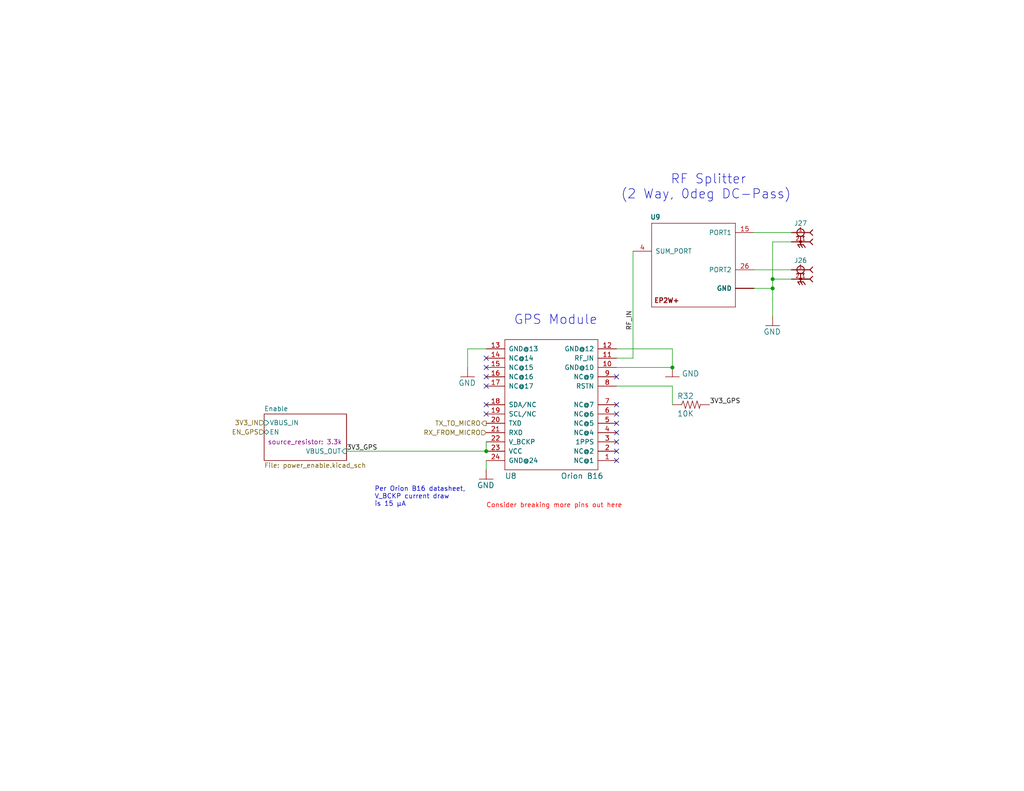
<source format=kicad_sch>
(kicad_sch (version 20231120) (generator "eeschema") (generator_version "8.0")
  (paper "A")
  (title_block (date "2023-11-01") (rev "1.0") (company "Stanford Student Space Initiative") (comment 1 "RE: Flynn Dreilinger") (comment 2 "Reviewer 1: Pete Mahowald") (comment 3 "Reviewer 2: Tim Vrakas") (comment 4 "Reviewer 3: Grant Regen"))
  (lib_symbols
    (symbol "adcs:SMA-J-P-H-ST-EM1" (pin_names (offset 1.016))
      (property "Reference" "J" (at -3.81 4.064 0))
      (property "Value" "SMA-J-P-H-ST-EM1" (at -4.064 -4.318 0))
      (symbol "SMA-J-P-H-ST-EM1_0_0"
        (polyline (pts (xy -3.302 -0.762) (xy -2.54 0)) (stroke (width 0.254)))
        (polyline (pts (xy -3.302 0.762) (xy -2.54 0)) (stroke (width 0.254)))
        (polyline (pts (xy -3.302 1.778) (xy -2.54 2.54)) (stroke (width 0.254)))
        (polyline (pts (xy -3.302 3.302) (xy -2.54 2.54)) (stroke (width 0.254)))
        (polyline (pts (xy -2.54 0) (xy 0 0)) (stroke (width 0.254)))
        (polyline (pts (xy -2.54 2.54) (xy 2.54 2.54)) (stroke (width 0.254)))
        (polyline (pts (xy -1.016 1.524) (xy 0 1.524)) (stroke (width 0.254)))
        (polyline (pts (xy -0.762 -0.762) (xy -1.27 -1.524)) (stroke (width 0.254)))
        (polyline (pts (xy 0 -0.762) (xy -0.762 -0.762)) (stroke (width 0.254)))
        (polyline (pts (xy 0 -0.762) (xy -0.508 -1.524)) (stroke (width 0.254)))
        (polyline (pts (xy 0 -0.762) (xy 0.762 -0.762)) (stroke (width 0.254)))
        (polyline (pts (xy 0 0) (xy -2.286 0)) (stroke (width 0.254)))
        (polyline (pts (xy 0 0) (xy 0 -0.762)) (stroke (width 0.254)))
        (polyline (pts (xy 0 1.524) (xy 0 0)) (stroke (width 0.254)))
        (polyline (pts (xy 0 1.524) (xy 1.016 1.524)) (stroke (width 0.254)))
        (polyline (pts (xy 0.762 -0.762) (xy 0.254 -1.524)) (stroke (width 0.254)))
        (polyline (pts (xy 2.54 0) (xy 0 0)) (stroke (width 0.254)))
        (circle (center 0 0) (radius 0.254) (stroke (width 0.254)))
        (circle (center 0 2.54) (radius 1.016) (stroke (width 0.254)))
        (pin passive line (at 2.54 2.54 180) (length 5.08) (name "~") (number "1"))
        (pin passive line (at 2.54 0 180) (length 5.08) (name "~") (number "2_1"))
      )
    )
    (symbol "mainboard:10KOHM-1_10W-1%(0603)0603" (pin_names (offset 1.016))
      (property "Reference" "R" (at -3.81 1.4986 0))
      (property "Value" "10KOHM-1_10W-1%(0603)0603" (at -3.81 -3.302 0))
      (symbol "10KOHM-1_10W-1%(0603)0603_1_0"
        (polyline (pts (xy -2.54 0) (xy -2.159 1.016)))
        (polyline (pts (xy -2.159 1.016) (xy -1.524 -1.016)))
        (polyline (pts (xy -1.524 -1.016) (xy -0.889 1.016)))
        (polyline (pts (xy -0.889 1.016) (xy -0.254 -1.016)))
        (polyline (pts (xy -0.254 -1.016) (xy 0.381 1.016)))
        (polyline (pts (xy 0.381 1.016) (xy 1.016 -1.016)))
        (polyline (pts (xy 1.016 -1.016) (xy 1.651 1.016)))
        (polyline (pts (xy 1.651 1.016) (xy 2.286 -1.016)))
        (polyline (pts (xy 2.286 -1.016) (xy 2.54 0)))
        (pin passive line (at -5.08 0 0) (length 2.54) (name "1") (number "1"))
        (pin passive line (at 5.08 0 180) (length 2.54) (name "2") (number "2"))
      )
    )
    (symbol "mainboard:EP2W+" (pin_names (offset 1.016))
      (property "Reference" "U" (at -7.62 10.16 0))
      (symbol "EP2W+_1_0"
        (polyline (pts (xy -12.7 -15.24) (xy -12.7 7.62)))
        (polyline (pts (xy -12.7 7.62) (xy 10.16 7.62)))
        (polyline (pts (xy 10.16 -15.24) (xy -12.7 -15.24)))
        (polyline (pts (xy 10.16 7.62) (xy 10.16 -15.24)))
        (text "EP2W+" (at -5.08 -12.7 0) (effects (font (size 1.27 1.27) (bold yes)) (justify right top)))
        (pin bidirectional line (at 15.24 -10.16 180) (length 5.08) (name "GND") (number "1"))
        (pin bidirectional line (at 15.24 -10.16 180) (length 5.08) (name "GND") (number "10"))
        (pin bidirectional line (at 15.24 -10.16 180) (length 5.08) (name "GND") (number "11"))
        (pin bidirectional line (at 15.24 -10.16 180) (length 5.08) (name "GND") (number "12"))
        (pin bidirectional line (at 15.24 -10.16 180) (length 5.08) (name "GND") (number "13"))
        (pin bidirectional line (at 15.24 -10.16 180) (length 5.08) (name "GND") (number "14"))
        (pin bidirectional line (at 15.24 5.08 180) (length 5.08) (name "PORT1") (number "15"))
        (pin bidirectional line (at 15.24 -10.16 180) (length 5.08) (name "GND") (number "16"))
        (pin bidirectional line (at 15.24 -10.16 180) (length 5.08) (name "GND") (number "17"))
        (pin bidirectional line (at 15.24 -10.16 180) (length 5.08) (name "GND") (number "18"))
        (pin bidirectional line (at 15.24 -10.16 180) (length 5.08) (name "GND") (number "19"))
        (pin bidirectional line (at 15.24 -10.16 180) (length 5.08) (name "GND") (number "2"))
        (pin bidirectional line (at 15.24 -10.16 180) (length 5.08) (name "GND") (number "20"))
        (pin bidirectional line (at 15.24 -10.16 180) (length 5.08) (name "GND") (number "21"))
        (pin bidirectional line (at 15.24 -10.16 180) (length 5.08) (name "GND") (number "22"))
        (pin bidirectional line (at 15.24 -10.16 180) (length 5.08) (name "GND") (number "23"))
        (pin bidirectional line (at 15.24 -10.16 180) (length 5.08) (name "GND") (number "24"))
        (pin bidirectional line (at 15.24 -10.16 180) (length 5.08) (name "GND") (number "25"))
        (pin bidirectional line (at 15.24 -5.08 180) (length 5.08) (name "PORT2") (number "26"))
        (pin bidirectional line (at 15.24 -10.16 180) (length 5.08) (name "GND") (number "27"))
        (pin bidirectional line (at 15.24 -10.16 180) (length 5.08) (name "GND") (number "28"))
        (pin bidirectional line (at 15.24 -10.16 180) (length 5.08) (name "GND") (number "29"))
        (pin bidirectional line (at 15.24 -10.16 180) (length 5.08) (name "GND") (number "3"))
        (pin bidirectional line (at 15.24 -10.16 180) (length 5.08) (name "GND") (number "30"))
        (pin bidirectional line (at 15.24 -10.16 180) (length 5.08) (name "GND") (number "31"))
        (pin bidirectional line (at 15.24 -10.16 180) (length 5.08) (name "GND") (number "32"))
        (pin bidirectional line (at -17.78 0 0) (length 5.08) (name "SUM_PORT") (number "4"))
        (pin bidirectional line (at 15.24 -10.16 180) (length 5.08) (name "GND") (number "5"))
        (pin bidirectional line (at 15.24 -10.16 180) (length 5.08) (name "GND") (number "6"))
        (pin bidirectional line (at 15.24 -10.16 180) (length 5.08) (name "GND") (number "7"))
        (pin bidirectional line (at 15.24 -10.16 180) (length 5.08) (name "GND") (number "8"))
        (pin bidirectional line (at 15.24 -10.16 180) (length 5.08) (name "GND") (number "9"))
        (pin bidirectional line (at 15.24 -10.16 180) (length 5.08) (name "GND") (number "EP"))
      )
    )
    (symbol "mainboard:GND" (power) (pin_names (offset 1.016))
      (property "Value" "GND" (at -2.54 -2.54 0))
      (symbol "GND_1_0"
        (polyline (pts (xy -1.905 0) (xy 1.905 0)))
        (pin power_in line (at 0 2.54 270) (length 2.54) (name "GND") (number "1"))
      )
    )
    (symbol "mainboard:S1216V8" (pin_names (offset 1.016))
      (property "Reference" "U14" (at -12.7 -20.32 0))
      (property "Value" "S1216V8" (at 2.54 -20.32 0))
      (symbol "S1216V8_1_0"
        (polyline (pts (xy -12.7 -17.78) (xy 12.7 -17.78)))
        (polyline (pts (xy -12.7 17.78) (xy -12.7 -17.78)))
        (polyline (pts (xy 12.7 -17.78) (xy 12.7 17.78)))
        (polyline (pts (xy 12.7 17.78) (xy -12.7 17.78)))
        (pin bidirectional line (at 17.78 -15.24 180) (length 5.08) (name "NC@1") (number "1"))
        (pin bidirectional line (at 17.78 10.16 180) (length 5.08) (name "GND@10") (number "10"))
        (pin bidirectional line (at 17.78 12.7 180) (length 5.08) (name "RF_IN") (number "11"))
        (pin bidirectional line (at 17.78 15.24 180) (length 5.08) (name "GND@12") (number "12"))
        (pin bidirectional line (at -17.78 15.24 0) (length 5.08) (name "GND@13") (number "13"))
        (pin bidirectional line (at -17.78 12.7 0) (length 5.08) (name "NC@14") (number "14"))
        (pin bidirectional line (at -17.78 10.16 0) (length 5.08) (name "NC@15") (number "15"))
        (pin bidirectional line (at -17.78 7.62 0) (length 5.08) (name "NC@16") (number "16"))
        (pin bidirectional line (at -17.78 5.08 0) (length 5.08) (name "NC@17") (number "17"))
        (pin bidirectional line (at -17.78 0 0) (length 5.08) (name "SDA/NC") (number "18"))
        (pin bidirectional line (at -17.78 -2.54 0) (length 5.08) (name "SCL/NC") (number "19"))
        (pin bidirectional line (at 17.78 -12.7 180) (length 5.08) (name "NC@2") (number "2"))
        (pin bidirectional line (at -17.78 -5.08 0) (length 5.08) (name "TXD") (number "20"))
        (pin bidirectional line (at -17.78 -7.62 0) (length 5.08) (name "RXD") (number "21"))
        (pin bidirectional line (at -17.78 -10.16 0) (length 5.08) (name "V_BCKP") (number "22"))
        (pin bidirectional line (at -17.78 -12.7 0) (length 5.08) (name "VCC") (number "23"))
        (pin bidirectional line (at -17.78 -15.24 0) (length 5.08) (name "GND@24") (number "24"))
        (pin bidirectional line (at 17.78 -10.16 180) (length 5.08) (name "1PPS") (number "3"))
        (pin bidirectional line (at 17.78 -7.62 180) (length 5.08) (name "NC@4") (number "4"))
        (pin bidirectional line (at 17.78 -5.08 180) (length 5.08) (name "NC@5") (number "5"))
        (pin bidirectional line (at 17.78 -2.54 180) (length 5.08) (name "NC@6") (number "6"))
        (pin bidirectional line (at 17.78 0 180) (length 5.08) (name "NC@7") (number "7"))
        (pin bidirectional line (at 17.78 5.08 180) (length 5.08) (name "RSTN") (number "8"))
        (pin bidirectional line (at 17.78 7.62 180) (length 5.08) (name "NC@9") (number "9"))
      )
    )
  )
  (junction (at 132.6642 123.19))
  (junction (at 210.82 78.74))
  (junction (at 183.4642 100.33))
  (junction (at 210.82 76.2))
  (no_connect (at 132.6642 113.03))
  (no_connect (at 168.2242 115.57))
  (no_connect (at 132.6642 100.33))
  (no_connect (at 168.2242 118.11))
  (no_connect (at 168.2242 120.65))
  (no_connect (at 132.6642 97.79))
  (no_connect (at 132.6642 105.41))
  (no_connect (at 168.2242 113.03))
  (no_connect (at 132.6642 102.87))
  (no_connect (at 168.2242 102.87))
  (no_connect (at 132.6642 110.49))
  (no_connect (at 168.2242 125.73))
  (no_connect (at 168.2242 110.49))
  (no_connect (at 168.2242 123.19))
  (wire (pts (xy 210.82 78.74) (xy 210.82 86.36)))
  (wire (pts (xy 168.2242 105.41) (xy 183.4642 105.41)))
  (wire (pts (xy 94.5642 123.19) (xy 132.6642 123.19)))
  (wire (pts (xy 183.4642 95.25) (xy 183.4642 100.33)))
  (wire (pts (xy 205.74 73.66) (xy 215.9 73.66)))
  (wire (pts (xy 127.5842 95.25) (xy 127.5842 100.33)))
  (wire (pts (xy 172.72 68.58) (xy 172.72 97.79)))
  (wire (pts (xy 132.6642 125.73) (xy 132.6642 128.27)))
  (wire (pts (xy 210.82 76.2) (xy 210.82 78.74)))
  (wire (pts (xy 205.74 63.5) (xy 215.9 63.5)))
  (wire (pts (xy 183.4642 100.33) (xy 168.2242 100.33)))
  (wire (pts (xy 210.82 76.2) (xy 215.9 76.2)))
  (wire (pts (xy 210.82 66.04) (xy 210.82 76.2)))
  (wire (pts (xy 132.6642 95.25) (xy 127.5842 95.25)))
  (wire (pts (xy 132.6642 120.65) (xy 132.6642 123.19)))
  (wire (pts (xy 205.74 78.74) (xy 210.82 78.74)))
  (wire (pts (xy 183.4642 105.41) (xy 183.4642 110.49)))
  (wire (pts (xy 168.2242 97.79) (xy 172.72 97.79)))
  (wire (pts (xy 168.2242 95.25) (xy 183.4642 95.25)))
  (wire (pts (xy 215.9 66.04) (xy 210.82 66.04)))
  (text "       RF Splitter \n(2 Way, 0deg DC-Pass)" (at 169.3672 54.61 0) (effects (font (size 2.54 2.54)) (justify left bottom)))
  (text "GPS Module" (at 140.1572 88.9 0) (effects (font (size 2.54 2.54)) (justify left bottom)))
  (text "Consider breaking more pins out here\n" (at 132.6388 138.811 0) (effects (font (size 1.27 1.27)) (justify left bottom)))
  (text "Per Orion B16 datasheet, \nV_BCKP current draw \nis 15 μA" (at 102.1842 138.43 0) (effects (font (size 1.27 1.27)) (justify left bottom)))
  (label "RF_IN" (at 172.72 90.17 90))
  (label "3V3_GPS" (at 193.6242 110.49 0))
  (label "3V3_GPS" (at 94.5642 123.19 0))
  (hierarchical_label "TX_TO_MICRO" (shape output) (at 132.6642 115.57 180))
  (hierarchical_label "RX_FROM_MICRO" (shape input) (at 132.6642 118.11 180))
  (hierarchical_label "EN_GPS" (shape input) (at 72.0852 117.9576 180))
  (hierarchical_label "3V3_IN" (shape input) (at 72.0852 115.4176 180))
  (symbol (lib_id "mainboard:GND") (at 210.82 88.9 0) (unit 1)
    (property "Reference" "#GND017" (effects (hide yes)))
    (property "Value" "GND" (at 208.28 91.44 0) (effects (font (size 1.4986 1.4986)) (justify left bottom)))
    (instances (project "adcs-hardware" (path "" (reference "#GND017") (unit 1))) (project "mainboard" (path "" (reference "#GND?") (unit 1))))
  )
  (symbol (lib_id "adcs:SMA-J-P-H-ST-EM1") (at 218.44 76.2 0) (mirror y) (unit 1)
    (property "Reference" "J26" (at 218.44 71.12 0))
    (property "Value" "SMA-J-P-H-ST-EM1" (effects (hide yes)))
    (property "Footprint" "SMA-J-P-H-ST-EM1:SAMTEC_SMA-J-P-H-ST-EM1" (effects (hide yes)))
    (property "PARTREV" "G" (effects (hide yes)))
    (property "MANUFACTURER" "Samtec" (effects (hide yes)))
    (property "MAXIMUM_PACKAGE_HEIGHT" "3.675mm" (effects (hide yes)))
    (property "STANDARD" "Manufacturer Recommendations" (effects (hide yes)))
  )
  (symbol (lib_id "mainboard:GND") (at 132.6642 130.81 0) (unit 1)
    (property "Reference" "#GND015" (effects (hide yes)))
    (property "Value" "GND" (at 130.1242 133.35 0) (effects (font (size 1.4986 1.4986)) (justify left bottom)))
    (instances (project "adcs-hardware" (path "" (reference "#GND015") (unit 1))) (project "mainboard" (path "" (reference "#GND?") (unit 1))))
  )
  (symbol (lib_id "mainboard:10KOHM-1_10W-1%(0603)0603") (at 188.5442 110.49 0) (unit 1)
    (property "Reference" "R32" (at 184.7342 108.9914 0) (effects (font (size 1.4986 1.4986)) (justify left bottom)))
    (property "Value" "10K" (at 184.7342 113.792 0) (effects (font (size 1.4986 1.4986)) (justify left bottom)))
    (property "Footprint" "Resistor_SMD:R_0603_1608Metric" (effects (hide yes)))
    (property "Description" "10K 0603" (effects (hide yes)))
    (instances (project "adcs-hardware" (path "" (reference "R32") (unit 1))) (project "mainboard" (path "" (reference "R?") (unit 1))))
  )
  (symbol (lib_id "mainboard:S1216V8") (at 150.4442 110.49 0) (unit 1)
    (property "Reference" "U8" (at 137.7442 130.81 0) (effects (font (size 1.4986 1.4986)) (justify left bottom)))
    (property "Value" "Orion B16" (at 152.9842 130.81 0) (effects (font (size 1.4986 1.4986)) (justify left bottom)))
    (property "Footprint" "mainboard:S1216_24PIN_PACKAGE" (effects (hide yes)))
    (property "Datasheet" "${KIPRJMOD}/../datasheets/Orion_B16_FLIGHT.pdf" (effects (hide yes)))
    (property "DNI" "DNI" (effects (hide yes)))
    (property "Manufacturer_Name" "SkyTraq" (effects (hide yes)))
    (property "Unit Price" "850.0" (effects (hide yes)))
    (property "Unit Price (Proto)" "6.80" (effects (hide yes)))
    (property "Flight" "B16" (effects (hide yes)))
    (instances (project "adcs-hardware" (path "" (reference "U8") (unit 1))) (project "mainboard" (path "" (reference "U?") (unit 1))))
  )
  (symbol (lib_id "mainboard:GND") (at 127.5842 102.87 0) (unit 1)
    (property "Reference" "#GND014" (effects (hide yes)))
    (property "Value" "GND" (at 125.0442 105.41 0) (effects (font (size 1.4986 1.4986)) (justify left bottom)))
    (instances (project "adcs-hardware" (path "" (reference "#GND014") (unit 1))) (project "mainboard" (path "" (reference "#GND?") (unit 1))))
  )
  (symbol (lib_id "mainboard:GND") (at 183.4642 102.87 0) (unit 1)
    (property "Reference" "#GND016" (effects (hide yes)))
    (property "Value" "GND" (at 186.0042 102.87 0) (effects (font (size 1.4986 1.4986)) (justify left bottom)))
    (instances (project "adcs-hardware" (path "" (reference "#GND016") (unit 1))) (project "mainboard" (path "" (reference "#GND?") (unit 1))))
  )
  (symbol (lib_id "adcs:SMA-J-P-H-ST-EM1") (at 218.44 66.04 0) (mirror y) (unit 1)
    (property "Reference" "J27" (at 218.44 60.96 0))
    (property "Value" "SMA-J-P-H-ST-EM1" (effects (hide yes)))
    (property "Footprint" "SMA-J-P-H-ST-EM1:SAMTEC_SMA-J-P-H-ST-EM1" (effects (hide yes)))
    (property "PARTREV" "G" (effects (hide yes)))
    (property "MANUFACTURER" "Samtec" (effects (hide yes)))
    (property "MAXIMUM_PACKAGE_HEIGHT" "3.675mm" (effects (hide yes)))
    (property "STANDARD" "Manufacturer Recommendations" (effects (hide yes)))
  )
  (symbol (lib_id "mainboard:EP2W+") (at 190.5 68.58 0) (unit 1)
    (property "Reference" "U9" (at 180.34 58.42 0) (effects (font (bold yes)) (justify right top)))
    (property "Value" "EP2W+" (effects (hide yes)))
    (property "Footprint" "mainboard:QFN32-5X5MM" (effects (hide yes)))
    (property "Datasheet" "${KIPRJMOD}/../datasheets/EP2W1+.pdf" (effects (hide yes)))
    (property "Description" "RF Splitter DC-Pass" (effects (hide yes)))
    (property "DNI" "DNI" (effects (hide yes)))
    (property "Flight" "EP2W+" (effects (hide yes)))
    (property "Manufacturer_Name" "Mini Circuits" (effects (hide yes)))
    (property "Unit Price" "24.92" (effects (hide yes)))
    (instances (project "adcs-hardware" (path "" (reference "U9") (unit 1))) (project "mainboard" (path "" (reference "U?") (unit 1))))
  )
  (sheet (at 72.0852 113.03) (size 22.479 12.7) (stroke (width 0.1524))
    (property "Sheetname" "Enable" (at 72.0852 112.3184 0) (effects (justify left bottom)))
    (property "Sheetfile" "power_enable.kicad_sch" (at 72.0852 126.3146 0) (effects (justify left top)))
    (property "source_resistor" "3.3k" (at 83.185 120.65 0) (show_name yes))
    (pin "VBUS_IN" input (at 72.0852 115.4176 180))
    (pin "EN" bidirectional (at 72.0852 117.9576 180))
    (pin "VBUS_OUT" input (at 94.5642 123.19 0))
  )
)
</source>
